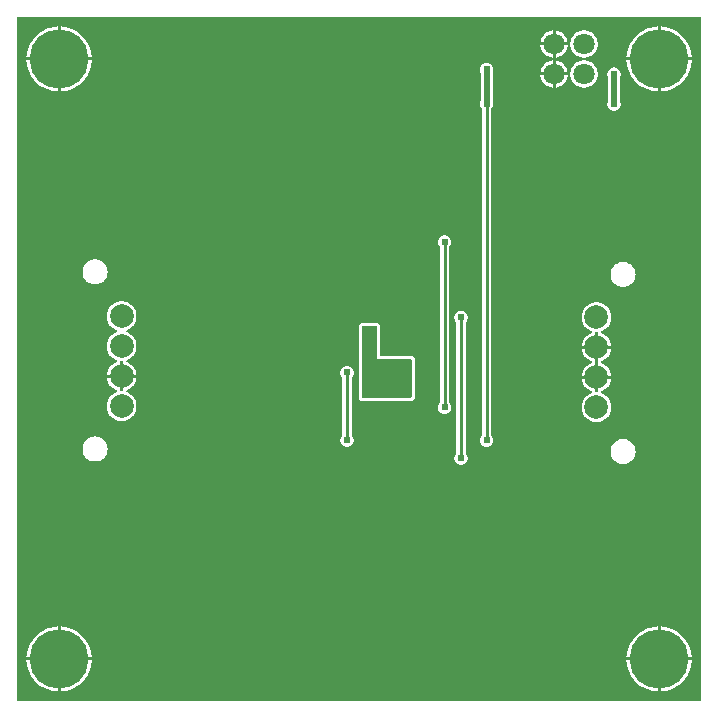
<source format=gbl>
G04 Layer: BottomLayer*
G04 Panelize: , Column: 2, Row: 2, Board Size: 58.42mm x 58.42mm, Panelized Board Size: 118.84mm x 118.84mm*
G04 EasyEDA v6.5.34, 2023-08-21 18:11:39*
G04 f07168d6b74b40acbba529e65b5b2b20,5a6b42c53f6a479593ecc07194224c93,10*
G04 Gerber Generator version 0.2*
G04 Scale: 100 percent, Rotated: No, Reflected: No *
G04 Dimensions in millimeters *
G04 leading zeros omitted , absolute positions ,4 integer and 5 decimal *
%FSLAX45Y45*%
%MOMM*%

%ADD10C,0.2540*%
%ADD11C,0.5000*%
%ADD12C,5.0000*%
%ADD13C,1.8000*%
%ADD14C,2.0000*%
%ADD15C,0.6096*%
%ADD16C,0.0153*%

%LPD*%
G36*
X5805932Y25908D02*
G01*
X36068Y26416D01*
X32156Y27178D01*
X28905Y29362D01*
X26670Y32664D01*
X25908Y36576D01*
X25908Y5805932D01*
X26670Y5809843D01*
X28905Y5813094D01*
X32156Y5815330D01*
X36068Y5816092D01*
X5805932Y5816092D01*
X5809843Y5815330D01*
X5813094Y5813094D01*
X5815330Y5809843D01*
X5816092Y5805932D01*
X5816092Y36068D01*
X5815330Y32207D01*
X5813094Y28905D01*
X5809843Y26670D01*
G37*

%LPC*%
G36*
X4584700Y5600700D02*
G01*
X4687112Y5600700D01*
X4686960Y5602528D01*
X4684268Y5616803D01*
X4679746Y5630672D01*
X4673549Y5643829D01*
X4665776Y5656122D01*
X4656480Y5667349D01*
X4645863Y5677306D01*
X4634077Y5685840D01*
X4621326Y5692851D01*
X4607814Y5698236D01*
X4593691Y5701842D01*
X4584700Y5702960D01*
G37*
G36*
X393700Y105562D02*
G01*
X398322Y105664D01*
X421284Y108051D01*
X443992Y112369D01*
X466242Y118618D01*
X487934Y126644D01*
X508812Y136499D01*
X528828Y148031D01*
X547827Y161239D01*
X565607Y175971D01*
X582117Y192125D01*
X597204Y209600D01*
X610819Y228295D01*
X622757Y248107D01*
X633018Y268782D01*
X641553Y290271D01*
X648208Y312369D01*
X653034Y334975D01*
X655929Y357936D01*
X656336Y368300D01*
X393700Y368300D01*
G37*
G36*
X5448300Y105613D02*
G01*
X5448300Y368300D01*
X5185410Y368300D01*
X5187289Y346405D01*
X5191150Y323646D01*
X5196890Y301244D01*
X5204460Y279450D01*
X5213858Y258317D01*
X5224983Y238099D01*
X5237784Y218846D01*
X5252161Y200710D01*
X5267960Y183896D01*
X5285130Y168402D01*
X5303520Y154432D01*
X5323027Y142087D01*
X5343499Y131368D01*
X5364835Y122428D01*
X5386781Y115265D01*
X5409285Y109982D01*
X5432145Y106629D01*
G37*
G36*
X368300Y105613D02*
G01*
X368300Y368300D01*
X105410Y368300D01*
X107289Y346405D01*
X111150Y323646D01*
X116890Y301244D01*
X124460Y279450D01*
X133858Y258317D01*
X144983Y238099D01*
X157784Y218846D01*
X172161Y200710D01*
X187960Y183896D01*
X205130Y168402D01*
X223520Y154432D01*
X243027Y142087D01*
X263499Y131368D01*
X284835Y122428D01*
X306781Y115265D01*
X329285Y109982D01*
X352145Y106629D01*
G37*
G36*
X393700Y393700D02*
G01*
X656336Y393700D01*
X655929Y404063D01*
X653034Y427024D01*
X648208Y449630D01*
X641553Y471728D01*
X633018Y493217D01*
X622757Y513892D01*
X610819Y533704D01*
X597204Y552348D01*
X582117Y569874D01*
X565607Y586028D01*
X547827Y600760D01*
X528828Y613968D01*
X508812Y625500D01*
X487934Y635355D01*
X466242Y643382D01*
X443992Y649630D01*
X421284Y653948D01*
X398322Y656336D01*
X393700Y656437D01*
G37*
G36*
X5473700Y393700D02*
G01*
X5736336Y393700D01*
X5735929Y404063D01*
X5733034Y427024D01*
X5728208Y449630D01*
X5721553Y471728D01*
X5713018Y493217D01*
X5702757Y513892D01*
X5690819Y533704D01*
X5677204Y552348D01*
X5662117Y569874D01*
X5645607Y586028D01*
X5627827Y600760D01*
X5608828Y613968D01*
X5588812Y625500D01*
X5567934Y635355D01*
X5546242Y643382D01*
X5523992Y649630D01*
X5501284Y653948D01*
X5478322Y656336D01*
X5473700Y656437D01*
G37*
G36*
X5185410Y393700D02*
G01*
X5448300Y393700D01*
X5448300Y656386D01*
X5432145Y655370D01*
X5409285Y652018D01*
X5386781Y646734D01*
X5364835Y639572D01*
X5343499Y630631D01*
X5323027Y619912D01*
X5303520Y607568D01*
X5285130Y593598D01*
X5267960Y578104D01*
X5252161Y561289D01*
X5237784Y543153D01*
X5224983Y523900D01*
X5213858Y503682D01*
X5204460Y482549D01*
X5196890Y460756D01*
X5191150Y438353D01*
X5187289Y415594D01*
G37*
G36*
X105410Y393700D02*
G01*
X368300Y393700D01*
X368300Y656386D01*
X352145Y655370D01*
X329285Y652018D01*
X306781Y646734D01*
X284835Y639572D01*
X263499Y630631D01*
X243027Y619912D01*
X223520Y607568D01*
X205130Y593598D01*
X187960Y578104D01*
X172161Y561289D01*
X157784Y543153D01*
X144983Y523900D01*
X133858Y503682D01*
X124460Y482549D01*
X116890Y460756D01*
X111150Y438353D01*
X107289Y415594D01*
G37*
G36*
X3784600Y2026462D02*
G01*
X3794404Y2027326D01*
X3803853Y2029866D01*
X3812794Y2033981D01*
X3820820Y2039620D01*
X3827779Y2046579D01*
X3833418Y2054606D01*
X3837533Y2063546D01*
X3840073Y2072995D01*
X3840937Y2082800D01*
X3840073Y2092604D01*
X3837533Y2102053D01*
X3833418Y2110994D01*
X3827779Y2119020D01*
X3826205Y2120595D01*
X3823970Y2123897D01*
X3823208Y2127808D01*
X3823208Y3229203D01*
X3823970Y3233064D01*
X3826205Y3236366D01*
X3827779Y3237941D01*
X3833418Y3246018D01*
X3837533Y3254908D01*
X3840073Y3264408D01*
X3840937Y3274161D01*
X3840073Y3283965D01*
X3837533Y3293465D01*
X3833418Y3302355D01*
X3827779Y3310432D01*
X3820820Y3317341D01*
X3812794Y3322980D01*
X3803853Y3327146D01*
X3794404Y3329686D01*
X3784600Y3330549D01*
X3774795Y3329686D01*
X3765346Y3327146D01*
X3756406Y3322980D01*
X3748379Y3317341D01*
X3741420Y3310432D01*
X3735781Y3302355D01*
X3731666Y3293465D01*
X3729126Y3283965D01*
X3728262Y3274161D01*
X3729126Y3264408D01*
X3731666Y3254908D01*
X3735781Y3246018D01*
X3741420Y3237941D01*
X3742994Y3236366D01*
X3745229Y3233064D01*
X3745992Y3229203D01*
X3745992Y2127808D01*
X3745229Y2123897D01*
X3742994Y2120595D01*
X3741420Y2119020D01*
X3735781Y2110994D01*
X3731666Y2102053D01*
X3729126Y2092604D01*
X3728262Y2082800D01*
X3729126Y2072995D01*
X3731666Y2063546D01*
X3735781Y2054606D01*
X3741420Y2046579D01*
X3748379Y2039620D01*
X3756406Y2033981D01*
X3765346Y2029866D01*
X3774795Y2027326D01*
G37*
G36*
X5156250Y2031034D02*
G01*
X5170068Y2031898D01*
X5183632Y2034641D01*
X5196738Y2039061D01*
X5209184Y2045207D01*
X5220665Y2052878D01*
X5231079Y2062022D01*
X5240223Y2072436D01*
X5247944Y2083968D01*
X5254040Y2096363D01*
X5258511Y2109520D01*
X5261203Y2123084D01*
X5262118Y2136902D01*
X5261203Y2150719D01*
X5258511Y2164283D01*
X5254040Y2177440D01*
X5247944Y2189835D01*
X5240223Y2201367D01*
X5231079Y2211781D01*
X5220665Y2220925D01*
X5209184Y2228596D01*
X5196738Y2234742D01*
X5183632Y2239162D01*
X5170068Y2241905D01*
X5156250Y2242769D01*
X5142382Y2241905D01*
X5128818Y2239162D01*
X5115712Y2234742D01*
X5103266Y2228596D01*
X5091785Y2220925D01*
X5081371Y2211781D01*
X5072227Y2201367D01*
X5064506Y2189835D01*
X5058410Y2177440D01*
X5053939Y2164283D01*
X5051247Y2150719D01*
X5050332Y2136902D01*
X5051247Y2123084D01*
X5053939Y2109520D01*
X5058410Y2096363D01*
X5064506Y2083968D01*
X5072227Y2072436D01*
X5081371Y2062022D01*
X5091785Y2052878D01*
X5103266Y2045207D01*
X5115712Y2039061D01*
X5128818Y2034641D01*
X5142382Y2031898D01*
G37*
G36*
X685800Y2053132D02*
G01*
X699617Y2053996D01*
X713181Y2056739D01*
X726338Y2061159D01*
X738733Y2067306D01*
X750265Y2074976D01*
X760679Y2084120D01*
X769823Y2094534D01*
X777494Y2106066D01*
X783640Y2118461D01*
X788060Y2131618D01*
X790803Y2145182D01*
X791667Y2159000D01*
X790803Y2172817D01*
X788060Y2186381D01*
X783640Y2199538D01*
X777494Y2211933D01*
X769823Y2223465D01*
X760679Y2233879D01*
X750265Y2243023D01*
X738733Y2250694D01*
X726338Y2256840D01*
X713181Y2261260D01*
X699617Y2264003D01*
X685800Y2264867D01*
X671982Y2264003D01*
X658418Y2261260D01*
X645261Y2256840D01*
X632866Y2250694D01*
X621334Y2243023D01*
X610920Y2233879D01*
X601776Y2223465D01*
X594106Y2211933D01*
X587959Y2199538D01*
X583539Y2186381D01*
X580796Y2172817D01*
X579932Y2159000D01*
X580796Y2145182D01*
X583539Y2131618D01*
X587959Y2118461D01*
X594106Y2106066D01*
X601776Y2094534D01*
X610920Y2084120D01*
X621334Y2074976D01*
X632866Y2067306D01*
X645261Y2061159D01*
X658418Y2056739D01*
X671982Y2053996D01*
G37*
G36*
X2819400Y2178862D02*
G01*
X2829204Y2179726D01*
X2838653Y2182266D01*
X2847594Y2186381D01*
X2855620Y2192020D01*
X2862580Y2198979D01*
X2868218Y2207006D01*
X2872333Y2215946D01*
X2874873Y2225395D01*
X2875737Y2235200D01*
X2874873Y2245004D01*
X2872333Y2254453D01*
X2868218Y2263394D01*
X2862580Y2271420D01*
X2861005Y2272995D01*
X2858770Y2276297D01*
X2858008Y2280208D01*
X2858008Y2761691D01*
X2858770Y2765602D01*
X2861005Y2768904D01*
X2862580Y2770479D01*
X2868218Y2778506D01*
X2872333Y2787446D01*
X2874873Y2796895D01*
X2875737Y2806700D01*
X2874873Y2816504D01*
X2872333Y2825953D01*
X2868218Y2834894D01*
X2862580Y2842920D01*
X2855620Y2849880D01*
X2847594Y2855518D01*
X2838653Y2859633D01*
X2829204Y2862173D01*
X2819400Y2863037D01*
X2809595Y2862173D01*
X2800146Y2859633D01*
X2791206Y2855518D01*
X2783179Y2849880D01*
X2776220Y2842920D01*
X2770581Y2834894D01*
X2766466Y2825953D01*
X2763926Y2816504D01*
X2763062Y2806700D01*
X2763926Y2796895D01*
X2766466Y2787446D01*
X2770581Y2778506D01*
X2776220Y2770479D01*
X2777794Y2768904D01*
X2780030Y2765602D01*
X2780792Y2761691D01*
X2780792Y2280208D01*
X2780030Y2276297D01*
X2777794Y2272995D01*
X2776220Y2271420D01*
X2770581Y2263394D01*
X2766466Y2254453D01*
X2763926Y2245004D01*
X2763062Y2235200D01*
X2763926Y2225395D01*
X2766466Y2215946D01*
X2770581Y2207006D01*
X2776220Y2198979D01*
X2783179Y2192020D01*
X2791206Y2186381D01*
X2800146Y2182266D01*
X2809595Y2179726D01*
G37*
G36*
X4000500Y2178862D02*
G01*
X4010304Y2179726D01*
X4019753Y2182266D01*
X4028694Y2186381D01*
X4036720Y2192020D01*
X4043679Y2198979D01*
X4049318Y2207006D01*
X4053433Y2215946D01*
X4055973Y2225395D01*
X4056837Y2235200D01*
X4055973Y2245004D01*
X4053433Y2254453D01*
X4049318Y2263394D01*
X4043679Y2271420D01*
X4042105Y2272995D01*
X4039870Y2276297D01*
X4039108Y2280208D01*
X4039108Y5034991D01*
X4039870Y5038852D01*
X4042105Y5042154D01*
X4043679Y5043728D01*
X4049318Y5051806D01*
X4053433Y5060696D01*
X4055973Y5070195D01*
X4056837Y5079949D01*
X4055973Y5089753D01*
X4053433Y5099253D01*
X4052366Y5101590D01*
X4051401Y5105857D01*
X4051401Y5346192D01*
X4052366Y5350510D01*
X4053433Y5352846D01*
X4055973Y5362295D01*
X4056837Y5372100D01*
X4055973Y5381904D01*
X4053433Y5391353D01*
X4049318Y5400294D01*
X4043679Y5408320D01*
X4036720Y5415280D01*
X4028694Y5420918D01*
X4019753Y5425033D01*
X4010304Y5427573D01*
X4000500Y5428437D01*
X3990695Y5427573D01*
X3981246Y5425033D01*
X3972306Y5420918D01*
X3964279Y5415280D01*
X3957320Y5408320D01*
X3951681Y5400294D01*
X3947566Y5391353D01*
X3945026Y5381904D01*
X3944162Y5372100D01*
X3945026Y5362295D01*
X3947566Y5352846D01*
X3948633Y5350510D01*
X3949598Y5346192D01*
X3949598Y5105857D01*
X3948633Y5101590D01*
X3947566Y5099253D01*
X3945026Y5089753D01*
X3944162Y5079949D01*
X3945026Y5070195D01*
X3947566Y5060696D01*
X3951681Y5051806D01*
X3957320Y5043728D01*
X3958894Y5042154D01*
X3961129Y5038852D01*
X3961892Y5034991D01*
X3961892Y2280208D01*
X3961129Y2276297D01*
X3958894Y2272995D01*
X3957320Y2271420D01*
X3951681Y2263394D01*
X3947566Y2254453D01*
X3945026Y2245004D01*
X3944162Y2235200D01*
X3945026Y2225395D01*
X3947566Y2215946D01*
X3951681Y2207006D01*
X3957320Y2198979D01*
X3964279Y2192020D01*
X3972306Y2186381D01*
X3981246Y2182266D01*
X3990695Y2179726D01*
G37*
G36*
X4931206Y2386279D02*
G01*
X4946396Y2387193D01*
X4961331Y2389936D01*
X4975860Y2394458D01*
X4989728Y2400706D01*
X5002733Y2408580D01*
X5014722Y2417927D01*
X5025440Y2428697D01*
X5034838Y2440635D01*
X5042662Y2453690D01*
X5048910Y2467508D01*
X5053431Y2482037D01*
X5056174Y2496972D01*
X5057089Y2512161D01*
X5056174Y2527350D01*
X5053431Y2542286D01*
X5048910Y2556814D01*
X5042662Y2570683D01*
X5034838Y2583688D01*
X5025440Y2595626D01*
X5014722Y2606395D01*
X5002733Y2615793D01*
X4989728Y2623616D01*
X4975809Y2629916D01*
X4972659Y2632151D01*
X4970526Y2635351D01*
X4969814Y2639161D01*
X4970526Y2642971D01*
X4972659Y2646222D01*
X4975809Y2648458D01*
X4989728Y2654706D01*
X5002733Y2662580D01*
X5014722Y2671927D01*
X5025440Y2682697D01*
X5034838Y2694635D01*
X5042662Y2707690D01*
X5048910Y2721508D01*
X5053431Y2736037D01*
X5056174Y2750972D01*
X5056327Y2753461D01*
X4943906Y2753461D01*
X4943906Y2648102D01*
X4943144Y2644190D01*
X4940960Y2640888D01*
X4937658Y2638704D01*
X4933746Y2637942D01*
X4928666Y2637942D01*
X4924806Y2638704D01*
X4921504Y2640888D01*
X4919268Y2644190D01*
X4918506Y2648102D01*
X4918506Y2753461D01*
X4806086Y2753461D01*
X4806238Y2750972D01*
X4808982Y2736037D01*
X4813503Y2721508D01*
X4819751Y2707690D01*
X4827625Y2694635D01*
X4836972Y2682697D01*
X4847742Y2671927D01*
X4859680Y2662580D01*
X4872736Y2654706D01*
X4886655Y2648458D01*
X4889804Y2646222D01*
X4891887Y2642971D01*
X4892649Y2639161D01*
X4891887Y2635351D01*
X4889804Y2632151D01*
X4886655Y2629916D01*
X4872736Y2623616D01*
X4859680Y2615793D01*
X4847742Y2606395D01*
X4836972Y2595626D01*
X4827625Y2583688D01*
X4819751Y2570683D01*
X4813503Y2556814D01*
X4808982Y2542286D01*
X4806238Y2527350D01*
X4805324Y2512161D01*
X4806238Y2496972D01*
X4808982Y2482037D01*
X4813503Y2467508D01*
X4819751Y2453690D01*
X4827625Y2440635D01*
X4836972Y2428697D01*
X4847742Y2417927D01*
X4859680Y2408580D01*
X4872736Y2400706D01*
X4886553Y2394458D01*
X4901082Y2389936D01*
X4916017Y2387193D01*
G37*
G36*
X910793Y2395728D02*
G01*
X925982Y2396642D01*
X940917Y2399385D01*
X955446Y2403906D01*
X969314Y2410155D01*
X982319Y2418029D01*
X994308Y2427376D01*
X1005027Y2438146D01*
X1014425Y2450134D01*
X1022299Y2463139D01*
X1028496Y2477008D01*
X1033018Y2491486D01*
X1035761Y2506472D01*
X1036675Y2521610D01*
X1035761Y2536799D01*
X1033018Y2551734D01*
X1028496Y2566263D01*
X1022299Y2580132D01*
X1014425Y2593136D01*
X1005027Y2605125D01*
X994308Y2615844D01*
X982319Y2625242D01*
X969314Y2633116D01*
X955395Y2639364D01*
X952246Y2641600D01*
X950112Y2644851D01*
X949401Y2648610D01*
X950112Y2652420D01*
X952246Y2655671D01*
X955395Y2657906D01*
X969314Y2664155D01*
X982319Y2672029D01*
X994308Y2681376D01*
X1005027Y2692146D01*
X1014425Y2704134D01*
X1022299Y2717139D01*
X1028496Y2731008D01*
X1033018Y2745486D01*
X1035761Y2760472D01*
X1035913Y2762910D01*
X923493Y2762910D01*
X923493Y2657551D01*
X922731Y2653639D01*
X920546Y2650337D01*
X917244Y2648153D01*
X913333Y2647391D01*
X908253Y2647391D01*
X904392Y2648153D01*
X901090Y2650337D01*
X898906Y2653639D01*
X898093Y2657551D01*
X898093Y2762910D01*
X785672Y2762910D01*
X785825Y2760472D01*
X788568Y2745486D01*
X793089Y2731008D01*
X799338Y2717139D01*
X807212Y2704134D01*
X816559Y2692146D01*
X827328Y2681376D01*
X839317Y2672029D01*
X852322Y2664155D01*
X866241Y2657906D01*
X869391Y2655671D01*
X871474Y2652420D01*
X872236Y2648610D01*
X871474Y2644851D01*
X869391Y2641600D01*
X866241Y2639364D01*
X852322Y2633116D01*
X839317Y2625242D01*
X827328Y2615844D01*
X816559Y2605125D01*
X807212Y2593136D01*
X799338Y2580132D01*
X793089Y2566263D01*
X788568Y2551734D01*
X785825Y2536799D01*
X784910Y2521610D01*
X785825Y2506472D01*
X788568Y2491486D01*
X793089Y2477008D01*
X799338Y2463139D01*
X807212Y2450134D01*
X816559Y2438146D01*
X827328Y2427376D01*
X839317Y2418029D01*
X852322Y2410155D01*
X866190Y2403906D01*
X880668Y2399385D01*
X895654Y2396642D01*
G37*
G36*
X3644900Y2455824D02*
G01*
X3654704Y2456688D01*
X3664153Y2459228D01*
X3673094Y2463393D01*
X3681120Y2469032D01*
X3688079Y2475941D01*
X3693718Y2484018D01*
X3697833Y2492908D01*
X3700373Y2502408D01*
X3701237Y2512161D01*
X3700373Y2521966D01*
X3697833Y2531465D01*
X3693718Y2540355D01*
X3688079Y2548432D01*
X3686505Y2550007D01*
X3684270Y2553309D01*
X3683508Y2557170D01*
X3683508Y3866591D01*
X3684270Y3870502D01*
X3686505Y3873804D01*
X3688079Y3875379D01*
X3693718Y3883406D01*
X3697833Y3892346D01*
X3700373Y3901795D01*
X3701237Y3911600D01*
X3700373Y3921404D01*
X3697833Y3930853D01*
X3693718Y3939794D01*
X3688079Y3947820D01*
X3681120Y3954779D01*
X3673094Y3960418D01*
X3664153Y3964533D01*
X3654704Y3967073D01*
X3644900Y3967937D01*
X3635095Y3967073D01*
X3625646Y3964533D01*
X3616706Y3960418D01*
X3608679Y3954779D01*
X3601720Y3947820D01*
X3596081Y3939794D01*
X3591966Y3930853D01*
X3589426Y3921404D01*
X3588562Y3911600D01*
X3589426Y3901795D01*
X3591966Y3892346D01*
X3596081Y3883406D01*
X3601720Y3875379D01*
X3603294Y3873804D01*
X3605529Y3870502D01*
X3606292Y3866591D01*
X3606292Y2557170D01*
X3605529Y2553309D01*
X3603294Y2550007D01*
X3601720Y2548432D01*
X3596081Y2540355D01*
X3591966Y2531465D01*
X3589426Y2521966D01*
X3588562Y2512161D01*
X3589426Y2502408D01*
X3591966Y2492908D01*
X3596081Y2484018D01*
X3601720Y2475941D01*
X3608679Y2469032D01*
X3616706Y2463393D01*
X3625646Y2459228D01*
X3635095Y2456688D01*
G37*
G36*
X2946958Y2564892D02*
G01*
X3364941Y2564892D01*
X3371240Y2565603D01*
X3376726Y2567533D01*
X3381603Y2570581D01*
X3385718Y2574696D01*
X3388766Y2579573D01*
X3390696Y2585059D01*
X3391408Y2591358D01*
X3391408Y2920441D01*
X3390696Y2926740D01*
X3388766Y2932226D01*
X3385718Y2937103D01*
X3381603Y2941218D01*
X3376726Y2944266D01*
X3371240Y2946196D01*
X3364941Y2946908D01*
X3109468Y2946908D01*
X3105556Y2947670D01*
X3102305Y2949905D01*
X3100070Y2953156D01*
X3099308Y2957068D01*
X3099308Y3199841D01*
X3098596Y3206140D01*
X3096666Y3211626D01*
X3093618Y3216503D01*
X3089503Y3220618D01*
X3084626Y3223666D01*
X3079140Y3225596D01*
X3072841Y3226308D01*
X2946958Y3226308D01*
X2940659Y3225596D01*
X2935173Y3223666D01*
X2930296Y3220618D01*
X2926181Y3216503D01*
X2923133Y3211626D01*
X2921203Y3206140D01*
X2920492Y3199841D01*
X2920492Y2591358D01*
X2921203Y2585059D01*
X2923133Y2579573D01*
X2926181Y2574696D01*
X2930296Y2570581D01*
X2935173Y2567533D01*
X2940659Y2565603D01*
G37*
G36*
X4456887Y5600700D02*
G01*
X4559300Y5600700D01*
X4559300Y5702960D01*
X4550308Y5701842D01*
X4536186Y5698236D01*
X4522673Y5692851D01*
X4509922Y5685840D01*
X4498136Y5677306D01*
X4487519Y5667349D01*
X4478223Y5656122D01*
X4470450Y5643829D01*
X4464253Y5630672D01*
X4459732Y5616803D01*
X4457039Y5602528D01*
G37*
G36*
X105410Y5473700D02*
G01*
X368300Y5473700D01*
X368300Y5736386D01*
X352145Y5735370D01*
X329285Y5732018D01*
X306781Y5726734D01*
X284835Y5719572D01*
X263499Y5710631D01*
X243027Y5699912D01*
X223520Y5687568D01*
X205130Y5673598D01*
X187960Y5658104D01*
X172161Y5641289D01*
X157784Y5623153D01*
X144983Y5603900D01*
X133858Y5583682D01*
X124460Y5562549D01*
X116890Y5540756D01*
X111150Y5518353D01*
X107289Y5495594D01*
G37*
G36*
X5185410Y5473700D02*
G01*
X5448300Y5473700D01*
X5448300Y5736386D01*
X5432145Y5735370D01*
X5409285Y5732018D01*
X5386781Y5726734D01*
X5364835Y5719572D01*
X5343499Y5710631D01*
X5323027Y5699912D01*
X5303520Y5687568D01*
X5285130Y5673598D01*
X5267960Y5658104D01*
X5252161Y5641289D01*
X5237784Y5623153D01*
X5224983Y5603900D01*
X5213858Y5583682D01*
X5204460Y5562549D01*
X5196890Y5540756D01*
X5191150Y5518353D01*
X5187289Y5495594D01*
G37*
G36*
X4943906Y2778861D02*
G01*
X5056327Y2778861D01*
X5056174Y2781350D01*
X5053431Y2796286D01*
X5048910Y2810814D01*
X5042662Y2824683D01*
X5034838Y2837688D01*
X5025440Y2849626D01*
X5014722Y2860395D01*
X5002733Y2869793D01*
X4989728Y2877616D01*
X4975809Y2883916D01*
X4972659Y2886151D01*
X4970526Y2889351D01*
X4969814Y2893161D01*
X4970526Y2896971D01*
X4972659Y2900222D01*
X4975809Y2902458D01*
X4989728Y2908706D01*
X5002733Y2916580D01*
X5014722Y2925927D01*
X5025440Y2936697D01*
X5034838Y2948635D01*
X5042662Y2961690D01*
X5048910Y2975508D01*
X5053431Y2990037D01*
X5056174Y3004972D01*
X5056327Y3007461D01*
X4943906Y3007461D01*
G37*
G36*
X4806086Y2778861D02*
G01*
X4918506Y2778861D01*
X4918506Y3007461D01*
X4806086Y3007461D01*
X4806238Y3004972D01*
X4808982Y2990037D01*
X4813503Y2975508D01*
X4819751Y2961690D01*
X4827625Y2948635D01*
X4836972Y2936697D01*
X4847742Y2925927D01*
X4859680Y2916580D01*
X4872736Y2908706D01*
X4886655Y2902458D01*
X4889804Y2900222D01*
X4891887Y2896971D01*
X4892649Y2893161D01*
X4891887Y2889351D01*
X4889804Y2886151D01*
X4886655Y2883916D01*
X4872736Y2877616D01*
X4859680Y2869793D01*
X4847742Y2860395D01*
X4836972Y2849626D01*
X4827625Y2837688D01*
X4819751Y2824683D01*
X4813503Y2810814D01*
X4808982Y2796286D01*
X4806238Y2781350D01*
G37*
G36*
X785672Y2788310D02*
G01*
X898093Y2788310D01*
X898093Y2893720D01*
X898906Y2897581D01*
X901090Y2900883D01*
X904392Y2903118D01*
X908253Y2903880D01*
X913333Y2903880D01*
X917244Y2903118D01*
X920546Y2900883D01*
X922731Y2897581D01*
X923493Y2893720D01*
X923493Y2788310D01*
X1035913Y2788310D01*
X1035761Y2790799D01*
X1033018Y2805734D01*
X1028496Y2820263D01*
X1022299Y2834132D01*
X1014425Y2847136D01*
X1005027Y2859125D01*
X994308Y2869844D01*
X982319Y2879242D01*
X969314Y2887116D01*
X955395Y2893364D01*
X952246Y2895600D01*
X950112Y2898851D01*
X949401Y2902610D01*
X950112Y2906420D01*
X952246Y2909671D01*
X955395Y2911906D01*
X969314Y2918155D01*
X982319Y2926029D01*
X994308Y2935376D01*
X1005027Y2946146D01*
X1014425Y2958134D01*
X1022299Y2971139D01*
X1028496Y2985008D01*
X1033018Y2999486D01*
X1035761Y3014472D01*
X1036675Y3029610D01*
X1035761Y3044799D01*
X1033018Y3059734D01*
X1028496Y3074263D01*
X1022299Y3088132D01*
X1014425Y3101136D01*
X1005027Y3113125D01*
X994308Y3123844D01*
X982319Y3133242D01*
X969314Y3141116D01*
X955395Y3147364D01*
X952246Y3149600D01*
X950112Y3152851D01*
X949401Y3156610D01*
X950112Y3160420D01*
X952246Y3163671D01*
X955395Y3165906D01*
X969314Y3172155D01*
X982319Y3180029D01*
X994308Y3189376D01*
X1005027Y3200146D01*
X1014425Y3212134D01*
X1022299Y3225139D01*
X1028496Y3239008D01*
X1033018Y3253486D01*
X1035761Y3268472D01*
X1036675Y3283610D01*
X1035761Y3298799D01*
X1033018Y3313734D01*
X1028496Y3328263D01*
X1022299Y3342132D01*
X1014425Y3355136D01*
X1005027Y3367125D01*
X994308Y3377844D01*
X982319Y3387242D01*
X969314Y3395116D01*
X955446Y3401314D01*
X940917Y3405835D01*
X925982Y3408578D01*
X910793Y3409492D01*
X895654Y3408578D01*
X880668Y3405835D01*
X866190Y3401314D01*
X852322Y3395116D01*
X839317Y3387242D01*
X827328Y3377844D01*
X816559Y3367125D01*
X807212Y3355136D01*
X799338Y3342132D01*
X793089Y3328263D01*
X788568Y3313734D01*
X785825Y3298799D01*
X784910Y3283610D01*
X785825Y3268472D01*
X788568Y3253486D01*
X793089Y3239008D01*
X799338Y3225139D01*
X807212Y3212134D01*
X816559Y3200146D01*
X827328Y3189376D01*
X839317Y3180029D01*
X852322Y3172155D01*
X866241Y3165906D01*
X869391Y3163671D01*
X871474Y3160420D01*
X872236Y3156610D01*
X871474Y3152851D01*
X869391Y3149600D01*
X866241Y3147364D01*
X852322Y3141116D01*
X839317Y3133242D01*
X827328Y3123844D01*
X816559Y3113125D01*
X807212Y3101136D01*
X799338Y3088132D01*
X793089Y3074263D01*
X788568Y3059734D01*
X785825Y3044799D01*
X784910Y3029610D01*
X785825Y3014472D01*
X788568Y2999486D01*
X793089Y2985008D01*
X799338Y2971139D01*
X807212Y2958134D01*
X816559Y2946146D01*
X827328Y2935376D01*
X839317Y2926029D01*
X852322Y2918155D01*
X866241Y2911906D01*
X869391Y2909671D01*
X871474Y2906420D01*
X872236Y2902610D01*
X871474Y2898851D01*
X869391Y2895600D01*
X866241Y2893364D01*
X852322Y2887116D01*
X839317Y2879242D01*
X827328Y2869844D01*
X816559Y2859125D01*
X807212Y2847136D01*
X799338Y2834132D01*
X793089Y2820263D01*
X788568Y2805734D01*
X785825Y2790799D01*
G37*
G36*
X5473700Y105562D02*
G01*
X5478322Y105664D01*
X5501284Y108051D01*
X5523992Y112369D01*
X5546242Y118618D01*
X5567934Y126644D01*
X5588812Y136499D01*
X5608828Y148031D01*
X5627827Y161239D01*
X5645607Y175971D01*
X5662117Y192125D01*
X5677204Y209600D01*
X5690819Y228295D01*
X5702757Y248107D01*
X5713018Y268782D01*
X5721553Y290271D01*
X5728208Y312369D01*
X5733034Y334975D01*
X5735929Y357936D01*
X5736336Y368300D01*
X5473700Y368300D01*
G37*
G36*
X4806086Y3032861D02*
G01*
X4918506Y3032861D01*
X4918506Y3138271D01*
X4919268Y3142132D01*
X4921504Y3145434D01*
X4924806Y3147618D01*
X4928666Y3148431D01*
X4933746Y3148431D01*
X4937658Y3147618D01*
X4940960Y3145434D01*
X4943144Y3142132D01*
X4943906Y3138271D01*
X4943906Y3032861D01*
X5056327Y3032861D01*
X5056174Y3035350D01*
X5053431Y3050286D01*
X5048910Y3064814D01*
X5042662Y3078683D01*
X5034838Y3091688D01*
X5025440Y3103626D01*
X5014722Y3114395D01*
X5002733Y3123793D01*
X4989728Y3131616D01*
X4975809Y3137916D01*
X4972659Y3140151D01*
X4970526Y3143351D01*
X4969814Y3147161D01*
X4970526Y3150971D01*
X4972659Y3154222D01*
X4975809Y3156458D01*
X4989728Y3162706D01*
X5002733Y3170580D01*
X5014722Y3179927D01*
X5025440Y3190697D01*
X5034838Y3202635D01*
X5042662Y3215690D01*
X5048910Y3229508D01*
X5053431Y3244037D01*
X5056174Y3258972D01*
X5057089Y3274161D01*
X5056174Y3289350D01*
X5053431Y3304286D01*
X5048910Y3318814D01*
X5042662Y3332683D01*
X5034838Y3345687D01*
X5025440Y3357626D01*
X5014722Y3368395D01*
X5002733Y3377793D01*
X4989728Y3385616D01*
X4975860Y3391865D01*
X4961331Y3396386D01*
X4946396Y3399129D01*
X4931206Y3400044D01*
X4916017Y3399129D01*
X4901082Y3396386D01*
X4886553Y3391865D01*
X4872736Y3385616D01*
X4859680Y3377793D01*
X4847742Y3368395D01*
X4836972Y3357626D01*
X4827625Y3345687D01*
X4819751Y3332683D01*
X4813503Y3318814D01*
X4808982Y3304286D01*
X4806238Y3289350D01*
X4805324Y3274161D01*
X4806238Y3258972D01*
X4808982Y3244037D01*
X4813503Y3229508D01*
X4819751Y3215690D01*
X4827625Y3202635D01*
X4836972Y3190697D01*
X4847742Y3179927D01*
X4859680Y3170580D01*
X4872736Y3162706D01*
X4886655Y3156458D01*
X4889804Y3154222D01*
X4891887Y3150971D01*
X4892649Y3147161D01*
X4891887Y3143351D01*
X4889804Y3140151D01*
X4886655Y3137916D01*
X4872736Y3131616D01*
X4859680Y3123793D01*
X4847742Y3114395D01*
X4836972Y3103626D01*
X4827625Y3091688D01*
X4819751Y3078683D01*
X4813503Y3064814D01*
X4808982Y3050286D01*
X4806238Y3035350D01*
G37*
G36*
X5473700Y5473700D02*
G01*
X5736336Y5473700D01*
X5735929Y5484063D01*
X5733034Y5507024D01*
X5728208Y5529630D01*
X5721553Y5551728D01*
X5713018Y5573217D01*
X5702757Y5593892D01*
X5690819Y5613704D01*
X5677204Y5632348D01*
X5662117Y5649874D01*
X5645607Y5666028D01*
X5627827Y5680760D01*
X5608828Y5693968D01*
X5588812Y5705500D01*
X5567934Y5715355D01*
X5546242Y5723382D01*
X5523992Y5729630D01*
X5501284Y5733948D01*
X5478322Y5736336D01*
X5473700Y5736437D01*
G37*
G36*
X5156250Y3530904D02*
G01*
X5170068Y3531819D01*
X5183632Y3534511D01*
X5196738Y3538982D01*
X5209184Y3545078D01*
X5220665Y3552799D01*
X5231079Y3561943D01*
X5240223Y3572357D01*
X5247944Y3583838D01*
X5254040Y3596284D01*
X5258511Y3609390D01*
X5261203Y3622954D01*
X5262118Y3636772D01*
X5261203Y3650640D01*
X5258511Y3664204D01*
X5254040Y3677310D01*
X5247944Y3689756D01*
X5240223Y3701237D01*
X5231079Y3711651D01*
X5220665Y3720795D01*
X5209184Y3728516D01*
X5196738Y3734612D01*
X5183632Y3739083D01*
X5170068Y3741775D01*
X5156250Y3742690D01*
X5142382Y3741775D01*
X5128818Y3739083D01*
X5115712Y3734612D01*
X5103266Y3728516D01*
X5091785Y3720795D01*
X5081371Y3711651D01*
X5072227Y3701237D01*
X5064506Y3689756D01*
X5058410Y3677310D01*
X5053939Y3664204D01*
X5051247Y3650640D01*
X5050332Y3636772D01*
X5051247Y3622954D01*
X5053939Y3609390D01*
X5058410Y3596284D01*
X5064506Y3583838D01*
X5072227Y3572357D01*
X5081371Y3561943D01*
X5091785Y3552799D01*
X5103266Y3545078D01*
X5115712Y3538982D01*
X5128818Y3534511D01*
X5142382Y3531819D01*
G37*
G36*
X685800Y3553002D02*
G01*
X699617Y3553917D01*
X713181Y3556609D01*
X726338Y3561079D01*
X738733Y3567176D01*
X750265Y3574897D01*
X760679Y3584041D01*
X769823Y3594455D01*
X777494Y3605936D01*
X783640Y3618382D01*
X788060Y3631488D01*
X790803Y3645052D01*
X791667Y3658870D01*
X790803Y3672738D01*
X788060Y3686301D01*
X783640Y3699408D01*
X777494Y3711854D01*
X769823Y3723335D01*
X760679Y3733749D01*
X750265Y3742893D01*
X738733Y3750614D01*
X726338Y3756710D01*
X713181Y3761181D01*
X699617Y3763873D01*
X685800Y3764787D01*
X671982Y3763873D01*
X658418Y3761181D01*
X645261Y3756710D01*
X632866Y3750614D01*
X621334Y3742893D01*
X610920Y3733749D01*
X601776Y3723335D01*
X594106Y3711854D01*
X587959Y3699408D01*
X583539Y3686301D01*
X580796Y3672738D01*
X579932Y3658870D01*
X580796Y3645052D01*
X583539Y3631488D01*
X587959Y3618382D01*
X594106Y3605936D01*
X601776Y3594455D01*
X610920Y3584041D01*
X621334Y3574897D01*
X632866Y3567176D01*
X645261Y3561079D01*
X658418Y3556609D01*
X671982Y3553917D01*
G37*
G36*
X5080000Y5023612D02*
G01*
X5089804Y5024475D01*
X5099253Y5027015D01*
X5108194Y5031181D01*
X5116220Y5036820D01*
X5123180Y5043728D01*
X5128818Y5051806D01*
X5132933Y5060696D01*
X5135473Y5070195D01*
X5136337Y5079949D01*
X5135473Y5089753D01*
X5132933Y5099253D01*
X5131866Y5101590D01*
X5130901Y5105857D01*
X5130901Y5308092D01*
X5131866Y5312410D01*
X5132933Y5314746D01*
X5135473Y5324195D01*
X5136337Y5334000D01*
X5135473Y5343804D01*
X5132933Y5353253D01*
X5128818Y5362194D01*
X5123180Y5370220D01*
X5116220Y5377180D01*
X5108194Y5382818D01*
X5099253Y5386933D01*
X5089804Y5389473D01*
X5080000Y5390337D01*
X5070195Y5389473D01*
X5060746Y5386933D01*
X5051806Y5382818D01*
X5043779Y5377180D01*
X5036820Y5370220D01*
X5031181Y5362194D01*
X5027066Y5353253D01*
X5024526Y5343804D01*
X5023662Y5334000D01*
X5024526Y5324195D01*
X5027066Y5314746D01*
X5028133Y5312410D01*
X5029098Y5308092D01*
X5029098Y5105857D01*
X5028133Y5101590D01*
X5027066Y5099253D01*
X5024526Y5089753D01*
X5023662Y5079949D01*
X5024526Y5070195D01*
X5027066Y5060696D01*
X5031181Y5051806D01*
X5036820Y5043728D01*
X5043779Y5036820D01*
X5051806Y5031181D01*
X5060746Y5027015D01*
X5070195Y5024475D01*
G37*
G36*
X5473700Y5185562D02*
G01*
X5478322Y5185664D01*
X5501284Y5188051D01*
X5523992Y5192369D01*
X5546242Y5198618D01*
X5567934Y5206644D01*
X5588812Y5216499D01*
X5608828Y5228031D01*
X5627827Y5241239D01*
X5645607Y5255971D01*
X5662117Y5272125D01*
X5677204Y5289600D01*
X5690819Y5308295D01*
X5702757Y5328107D01*
X5713018Y5348782D01*
X5721553Y5370271D01*
X5728208Y5392369D01*
X5733034Y5414975D01*
X5735929Y5437936D01*
X5736336Y5448300D01*
X5473700Y5448300D01*
G37*
G36*
X393700Y5185562D02*
G01*
X398322Y5185664D01*
X421284Y5188051D01*
X443992Y5192369D01*
X466242Y5198618D01*
X487934Y5206644D01*
X508812Y5216499D01*
X528828Y5228031D01*
X547827Y5241239D01*
X565607Y5255971D01*
X582117Y5272125D01*
X597204Y5289600D01*
X610819Y5308295D01*
X622757Y5328107D01*
X633018Y5348782D01*
X641553Y5370271D01*
X648208Y5392369D01*
X653034Y5414975D01*
X655929Y5437936D01*
X656336Y5448300D01*
X393700Y5448300D01*
G37*
G36*
X5448300Y5185613D02*
G01*
X5448300Y5448300D01*
X5185410Y5448300D01*
X5187289Y5426405D01*
X5191150Y5403646D01*
X5196890Y5381244D01*
X5204460Y5359450D01*
X5213858Y5338318D01*
X5224983Y5318099D01*
X5237784Y5298846D01*
X5252161Y5280710D01*
X5267960Y5263896D01*
X5285130Y5248402D01*
X5303520Y5234432D01*
X5323027Y5222087D01*
X5343499Y5211368D01*
X5364835Y5202428D01*
X5386781Y5195265D01*
X5409285Y5189982D01*
X5432145Y5186629D01*
G37*
G36*
X368300Y5185613D02*
G01*
X368300Y5448300D01*
X105410Y5448300D01*
X107289Y5426405D01*
X111150Y5403646D01*
X116890Y5381244D01*
X124460Y5359450D01*
X133858Y5338318D01*
X144983Y5318099D01*
X157784Y5298846D01*
X172161Y5280710D01*
X187960Y5263896D01*
X205130Y5248402D01*
X223520Y5234432D01*
X243027Y5222087D01*
X263499Y5211368D01*
X284835Y5202428D01*
X306781Y5195265D01*
X329285Y5189982D01*
X352145Y5186629D01*
G37*
G36*
X4818735Y5218328D02*
G01*
X4833264Y5218328D01*
X4847691Y5220157D01*
X4861814Y5223764D01*
X4875326Y5229148D01*
X4888077Y5236159D01*
X4899863Y5244693D01*
X4910480Y5254650D01*
X4919776Y5265877D01*
X4927549Y5278170D01*
X4933746Y5291328D01*
X4938268Y5305196D01*
X4940960Y5319471D01*
X4941874Y5334000D01*
X4940960Y5348528D01*
X4938268Y5362803D01*
X4933746Y5376672D01*
X4927549Y5389829D01*
X4919776Y5402122D01*
X4910480Y5413349D01*
X4899863Y5423306D01*
X4888077Y5431840D01*
X4875326Y5438851D01*
X4861814Y5444236D01*
X4847691Y5447842D01*
X4833264Y5449671D01*
X4818735Y5449671D01*
X4804308Y5447842D01*
X4790186Y5444236D01*
X4776673Y5438851D01*
X4763922Y5431840D01*
X4752136Y5423306D01*
X4741519Y5413349D01*
X4732223Y5402122D01*
X4724450Y5389829D01*
X4718253Y5376672D01*
X4713732Y5362803D01*
X4711039Y5348528D01*
X4710125Y5334000D01*
X4711039Y5319471D01*
X4713732Y5305196D01*
X4718253Y5291328D01*
X4724450Y5278170D01*
X4732223Y5265877D01*
X4741519Y5254650D01*
X4752136Y5244693D01*
X4763922Y5236159D01*
X4776673Y5229148D01*
X4790186Y5223764D01*
X4804308Y5220157D01*
G37*
G36*
X4584700Y5219039D02*
G01*
X4593691Y5220157D01*
X4607814Y5223764D01*
X4621326Y5229148D01*
X4634077Y5236159D01*
X4645863Y5244693D01*
X4656480Y5254650D01*
X4665776Y5265877D01*
X4673549Y5278170D01*
X4679746Y5291328D01*
X4684268Y5305196D01*
X4686960Y5319471D01*
X4687112Y5321300D01*
X4584700Y5321300D01*
G37*
G36*
X4559300Y5219039D02*
G01*
X4559300Y5321300D01*
X4456887Y5321300D01*
X4457039Y5319471D01*
X4459732Y5305196D01*
X4464253Y5291328D01*
X4470450Y5278170D01*
X4478223Y5265877D01*
X4487519Y5254650D01*
X4498136Y5244693D01*
X4509922Y5236159D01*
X4522673Y5229148D01*
X4536186Y5223764D01*
X4550308Y5220157D01*
G37*
G36*
X4456887Y5346700D02*
G01*
X4559300Y5346700D01*
X4559300Y5448960D01*
X4550308Y5447842D01*
X4536186Y5444236D01*
X4522673Y5438851D01*
X4509922Y5431840D01*
X4498136Y5423306D01*
X4487519Y5413349D01*
X4478223Y5402122D01*
X4470450Y5389829D01*
X4464253Y5376672D01*
X4459732Y5362803D01*
X4457039Y5348528D01*
G37*
G36*
X4584700Y5346700D02*
G01*
X4687112Y5346700D01*
X4686960Y5348528D01*
X4684268Y5362803D01*
X4679746Y5376672D01*
X4673549Y5389829D01*
X4665776Y5402122D01*
X4656480Y5413349D01*
X4645863Y5423306D01*
X4634077Y5431840D01*
X4621326Y5438851D01*
X4607814Y5444236D01*
X4593691Y5447842D01*
X4584700Y5448960D01*
G37*
G36*
X4818735Y5472328D02*
G01*
X4833264Y5472328D01*
X4847691Y5474157D01*
X4861814Y5477764D01*
X4875326Y5483148D01*
X4888077Y5490159D01*
X4899863Y5498693D01*
X4910480Y5508650D01*
X4919776Y5519877D01*
X4927549Y5532170D01*
X4933746Y5545328D01*
X4938268Y5559196D01*
X4940960Y5573471D01*
X4941874Y5588000D01*
X4940960Y5602528D01*
X4938268Y5616803D01*
X4933746Y5630672D01*
X4927549Y5643829D01*
X4919776Y5656122D01*
X4910480Y5667349D01*
X4899863Y5677306D01*
X4888077Y5685840D01*
X4875326Y5692851D01*
X4861814Y5698236D01*
X4847691Y5701842D01*
X4833264Y5703671D01*
X4818735Y5703671D01*
X4804308Y5701842D01*
X4790186Y5698236D01*
X4776673Y5692851D01*
X4763922Y5685840D01*
X4752136Y5677306D01*
X4741519Y5667349D01*
X4732223Y5656122D01*
X4724450Y5643829D01*
X4718253Y5630672D01*
X4713732Y5616803D01*
X4711039Y5602528D01*
X4710125Y5588000D01*
X4711039Y5573471D01*
X4713732Y5559196D01*
X4718253Y5545328D01*
X4724450Y5532170D01*
X4732223Y5519877D01*
X4741519Y5508650D01*
X4752136Y5498693D01*
X4763922Y5490159D01*
X4776673Y5483148D01*
X4790186Y5477764D01*
X4804308Y5474157D01*
G37*
G36*
X4584700Y5473039D02*
G01*
X4593691Y5474157D01*
X4607814Y5477764D01*
X4621326Y5483148D01*
X4634077Y5490159D01*
X4645863Y5498693D01*
X4656480Y5508650D01*
X4665776Y5519877D01*
X4673549Y5532170D01*
X4679746Y5545328D01*
X4684268Y5559196D01*
X4686960Y5573471D01*
X4687112Y5575300D01*
X4584700Y5575300D01*
G37*
G36*
X4559300Y5473039D02*
G01*
X4559300Y5575300D01*
X4456887Y5575300D01*
X4457039Y5573471D01*
X4459732Y5559196D01*
X4464253Y5545328D01*
X4470450Y5532170D01*
X4478223Y5519877D01*
X4487519Y5508650D01*
X4498136Y5498693D01*
X4509922Y5490159D01*
X4522673Y5483148D01*
X4536186Y5477764D01*
X4550308Y5474157D01*
G37*
G36*
X393700Y5473700D02*
G01*
X656336Y5473700D01*
X655929Y5484063D01*
X653034Y5507024D01*
X648208Y5529630D01*
X641553Y5551728D01*
X633018Y5573217D01*
X622757Y5593892D01*
X610819Y5613704D01*
X597204Y5632348D01*
X582117Y5649874D01*
X565607Y5666028D01*
X547827Y5680760D01*
X528828Y5693968D01*
X508812Y5705500D01*
X487934Y5715355D01*
X466242Y5723382D01*
X443992Y5729630D01*
X421284Y5733948D01*
X398322Y5736336D01*
X393700Y5736437D01*
G37*

%LPD*%
G36*
X2956560Y2590800D02*
G01*
X2952648Y2591562D01*
X2949397Y2593797D01*
X2947162Y2597048D01*
X2946400Y2600960D01*
X2946400Y3190240D01*
X2947162Y3194151D01*
X2949397Y3197402D01*
X2952648Y3199638D01*
X2956560Y3200400D01*
X3063240Y3200400D01*
X3067151Y3199638D01*
X3070402Y3197402D01*
X3072638Y3194151D01*
X3073400Y3190240D01*
X3073400Y2922016D01*
X3074416Y2921000D01*
X3355340Y2921000D01*
X3359251Y2920238D01*
X3362502Y2918002D01*
X3364737Y2914751D01*
X3365500Y2910840D01*
X3365500Y2600960D01*
X3364737Y2597048D01*
X3362502Y2593797D01*
X3359251Y2591562D01*
X3355340Y2590800D01*
G37*

%LPD*%
D10*
X4000500Y5079974D02*
G01*
X4000500Y2235200D01*
X3784600Y3274187D02*
G01*
X3784600Y2082800D01*
X3644900Y3911600D02*
G01*
X3644900Y2512187D01*
X2819400Y2235200D02*
G01*
X2819400Y2806700D01*
D11*
X5080000Y5334000D02*
G01*
X5080000Y5080000D01*
X4000500Y5372100D02*
G01*
X4000500Y5079987D01*
D12*
G01*
X381000Y5461000D03*
G01*
X5461000Y5461000D03*
G01*
X5461000Y381000D03*
G01*
X381000Y381000D03*
D13*
G01*
X4826000Y5588000D03*
G01*
X4826000Y5334000D03*
G01*
X4572000Y5334000D03*
G01*
X4572000Y5588000D03*
D14*
G01*
X4931206Y2512187D03*
G01*
X4931206Y2766187D03*
G01*
X4931206Y3020187D03*
G01*
X4931206Y3274187D03*
G01*
X910818Y2521610D03*
G01*
X910818Y2775610D03*
G01*
X910818Y3029610D03*
G01*
X910818Y3283610D03*
D15*
G01*
X4000500Y5079974D03*
G01*
X5080000Y5079974D03*
G01*
X5080000Y5334000D03*
G01*
X4000500Y5372100D03*
G01*
X3009900Y2983611D03*
G01*
X3009900Y2641600D03*
G01*
X3314700Y2641600D03*
G01*
X3314700Y2882900D03*
G01*
X3009900Y2882900D03*
G01*
X4000500Y2235200D03*
G01*
X2819400Y2806700D03*
G01*
X2819400Y2235200D03*
G01*
X3644900Y3911600D03*
G01*
X3644900Y2512187D03*
G01*
X3784600Y3274187D03*
G01*
X3784600Y2082800D03*
M02*

</source>
